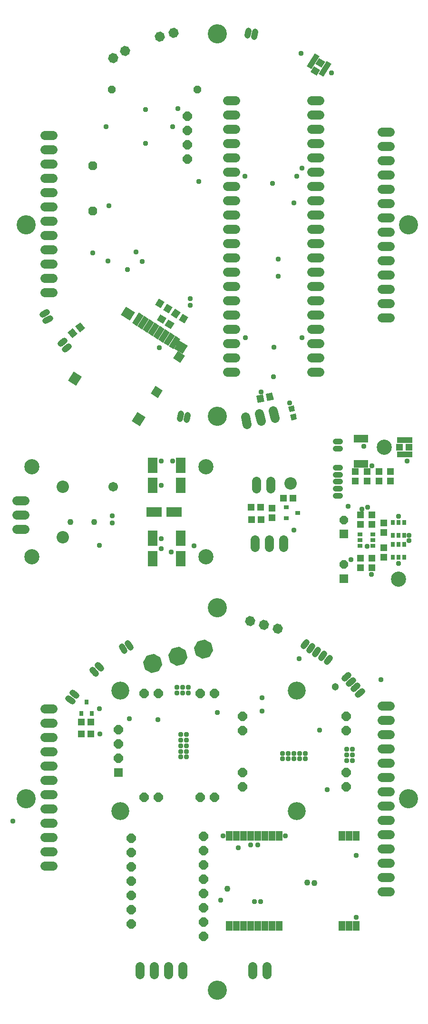
<source format=gbr>
G04 EAGLE Gerber RS-274X export*
G75*
%MOMM*%
%FSLAX34Y34*%
%LPD*%
%INSoldermask Top*%
%IPPOS*%
%AMOC8*
5,1,8,0,0,1.08239X$1,22.5*%
G01*
%ADD10C,3.403200*%
%ADD11C,2.203200*%
%ADD12C,2.703200*%
%ADD13C,3.203200*%
%ADD14R,1.619200X1.619200*%
%ADD15P,1.752606X8X112.500000*%
%ADD16P,1.752606X8X202.500000*%
%ADD17P,1.752606X8X292.500000*%
%ADD18R,1.203200X1.703200*%
%ADD19P,3.467112X8X128.000000*%
%ADD20P,1.843527X8X367.500000*%
%ADD21R,0.763200X0.933200*%
%ADD22R,1.203200X1.303200*%
%ADD23C,1.103200*%
%ADD24C,1.619200*%
%ADD25R,0.933200X0.763200*%
%ADD26R,1.303200X1.203200*%
%ADD27R,2.703200X1.003200*%
%ADD28R,0.503200X1.478200*%
%ADD29C,1.003200*%
%ADD30R,1.503200X1.503200*%
%ADD31P,1.627049X8X292.500000*%
%ADD32R,0.903200X0.703200*%
%ADD33R,0.703200X0.903200*%
%ADD34R,2.203200X1.003200*%
%ADD35R,1.703200X1.903200*%
%ADD36R,1.803200X1.703200*%
%ADD37R,1.503200X1.493200*%
%ADD38R,1.603200X1.493200*%
%ADD39P,1.735288X8X112.500000*%
%ADD40R,1.003200X1.003200*%
%ADD41P,1.843527X8X217.500000*%
%ADD42P,1.843527X8X232.500000*%
%ADD43P,1.532664X8X22.500000*%
%ADD44R,2.803200X1.803200*%
%ADD45R,1.803200X2.803200*%
%ADD46C,1.703200*%
%ADD47C,0.953200*%
%ADD48C,1.303200*%
%ADD49C,1.103200*%


D10*
X380000Y720000D03*
X720000Y380000D03*
X380000Y40000D03*
X40000Y380000D03*
D11*
X510000Y941000D03*
D12*
X677500Y1005000D03*
X702500Y770000D03*
D10*
X40000Y1400000D03*
X380000Y1060000D03*
X720000Y1400000D03*
X380000Y1740000D03*
D12*
X50000Y970000D03*
X50000Y810000D03*
X360000Y970000D03*
X360000Y810000D03*
D13*
X207000Y358000D03*
X207000Y572000D03*
X521000Y572000D03*
D14*
X204000Y426900D03*
D15*
X204000Y452300D03*
X204000Y477700D03*
X204000Y503100D03*
D13*
X521000Y358000D03*
D16*
X609500Y401300D03*
X609500Y426700D03*
X609500Y501300D03*
X609500Y526700D03*
X424500Y526700D03*
X424500Y501300D03*
X424500Y426700D03*
X424500Y401300D03*
D17*
X374700Y567500D03*
X349300Y567500D03*
X274700Y567500D03*
X249300Y567500D03*
X249300Y382500D03*
X274700Y382500D03*
X349300Y382500D03*
X374700Y382500D03*
D18*
X401000Y154000D03*
X413700Y154000D03*
X426400Y154000D03*
X439100Y154000D03*
X451800Y154000D03*
X464500Y154000D03*
X477200Y154000D03*
X489900Y154000D03*
X601600Y154000D03*
X614300Y154000D03*
X627000Y154000D03*
X401000Y314000D03*
X413700Y314000D03*
X426400Y314000D03*
X439100Y314000D03*
X451800Y314000D03*
X464500Y314000D03*
X477200Y314000D03*
X489900Y314000D03*
X601600Y314000D03*
X614300Y314000D03*
X627000Y314000D03*
D15*
X227000Y157800D03*
X227000Y183200D03*
X227000Y208600D03*
X227000Y234000D03*
X227000Y259400D03*
X227000Y284800D03*
X227000Y310200D03*
D16*
X355800Y236700D03*
X355800Y211300D03*
X355800Y185900D03*
X355800Y160500D03*
X355800Y135100D03*
X355800Y262100D03*
X355800Y287500D03*
X355800Y312900D03*
D19*
X264709Y620440D03*
X310000Y633000D03*
X355291Y645560D03*
D20*
X487341Y682478D03*
X463193Y688948D03*
X438272Y695626D03*
D21*
X147000Y552000D03*
X156500Y532000D03*
X137500Y532000D03*
D22*
X137500Y516000D03*
X154500Y516000D03*
X154500Y495000D03*
X137500Y495000D03*
D23*
X224993Y649504D02*
X220357Y657219D01*
X209643Y650781D02*
X214278Y643067D01*
X172709Y611680D02*
X166571Y618262D01*
X157429Y609737D02*
X163567Y603155D01*
X128957Y563958D02*
X121585Y569120D01*
X114415Y558880D02*
X121788Y553718D01*
D24*
X672920Y545100D02*
X687080Y545100D01*
X687080Y519700D02*
X672920Y519700D01*
X672920Y494300D02*
X687080Y494300D01*
X687080Y468900D02*
X672920Y468900D01*
X672920Y443500D02*
X687080Y443500D01*
X687080Y418100D02*
X672920Y418100D01*
X672920Y392700D02*
X687080Y392700D01*
X687080Y367300D02*
X672920Y367300D01*
X672920Y341900D02*
X687080Y341900D01*
X687080Y316500D02*
X672920Y316500D01*
X672920Y291100D02*
X687080Y291100D01*
X687080Y265700D02*
X672920Y265700D01*
X672920Y240300D02*
X687080Y240300D01*
X687080Y214900D02*
X672920Y214900D01*
X87080Y539700D02*
X72920Y539700D01*
X72920Y514300D02*
X87080Y514300D01*
X87080Y488900D02*
X72920Y488900D01*
X72920Y463500D02*
X87080Y463500D01*
X87080Y438100D02*
X72920Y438100D01*
X72920Y412700D02*
X87080Y412700D01*
X87080Y387300D02*
X72920Y387300D01*
X72920Y361900D02*
X87080Y361900D01*
X87080Y336500D02*
X72920Y336500D01*
X72920Y311100D02*
X87080Y311100D01*
X87080Y285700D02*
X72920Y285700D01*
X72920Y260300D02*
X87080Y260300D01*
D23*
X630158Y565852D02*
X637052Y571637D01*
X629017Y581212D02*
X622123Y575427D01*
X614088Y585003D02*
X620983Y590788D01*
X612948Y600363D02*
X606053Y594578D01*
X574693Y623559D02*
X579726Y631020D01*
X569363Y638010D02*
X564330Y630549D01*
X553967Y637539D02*
X559000Y645000D01*
X548637Y651990D02*
X543604Y644529D01*
X533241Y651518D02*
X538274Y658980D01*
D24*
X467700Y82080D02*
X467700Y67920D01*
X442300Y67920D02*
X442300Y82080D01*
X241900Y82080D02*
X241900Y67920D01*
X267300Y67920D02*
X267300Y82080D01*
X292700Y82080D02*
X292700Y67920D01*
X318100Y67920D02*
X318100Y82080D01*
D22*
X457600Y876600D03*
X440600Y876600D03*
X440400Y898200D03*
X457400Y898200D03*
D25*
X522700Y888400D03*
X502700Y878900D03*
X502700Y897900D03*
D24*
X446600Y841080D02*
X446600Y826920D01*
X472000Y826920D02*
X472000Y841080D01*
X497400Y841080D02*
X497400Y826920D01*
D26*
X477000Y879500D03*
X477000Y896500D03*
D22*
X514500Y914000D03*
X497500Y914000D03*
D24*
X474700Y930920D02*
X474700Y945080D01*
X449300Y945080D02*
X449300Y930920D01*
D22*
X646500Y961500D03*
X646500Y944500D03*
D26*
X676500Y853500D03*
X676500Y870500D03*
X676500Y809500D03*
X676500Y826500D03*
D22*
X704000Y1005000D03*
X721000Y1005000D03*
D26*
X625500Y944500D03*
X625500Y961500D03*
D27*
X713500Y1017500D03*
X713500Y992500D03*
D26*
X688500Y961500D03*
X688500Y944500D03*
X667500Y961500D03*
X667500Y944500D03*
D28*
X645500Y1020400D03*
X640500Y1020400D03*
X635500Y1020400D03*
X630500Y1020400D03*
X625500Y1020400D03*
X625500Y975600D03*
X630500Y975600D03*
X635500Y975600D03*
X640500Y975600D03*
X645500Y975600D03*
D26*
X634500Y867500D03*
X634500Y884500D03*
X655500Y884500D03*
X655500Y867500D03*
X634500Y790500D03*
X634500Y807500D03*
X655500Y790500D03*
X655500Y807500D03*
D29*
X598500Y968750D02*
X590500Y968750D01*
X590500Y956250D02*
X598500Y956250D01*
X598500Y943750D02*
X590500Y943750D01*
X590500Y931250D02*
X598500Y931250D01*
X598500Y918750D02*
X590500Y918750D01*
X590500Y1014750D02*
X598500Y1014750D01*
X598500Y1002250D02*
X590500Y1002250D01*
D30*
X605500Y850500D03*
D31*
X605500Y875500D03*
D30*
X605500Y771500D03*
D31*
X605500Y796500D03*
D32*
X634000Y850000D03*
X634000Y840000D03*
X634000Y830000D03*
X657000Y830000D03*
X657000Y840000D03*
X657000Y850000D03*
D33*
X692500Y809000D03*
X702500Y809000D03*
X712500Y809000D03*
X712500Y832000D03*
X702500Y832000D03*
X692500Y832000D03*
X712500Y871000D03*
X702500Y871000D03*
X692500Y871000D03*
X692500Y848000D03*
X702500Y848000D03*
X712500Y848000D03*
D34*
G36*
X293579Y1184346D02*
X305416Y1202926D01*
X313877Y1197536D01*
X302040Y1178956D01*
X293579Y1184346D01*
G37*
G36*
X284301Y1190256D02*
X296138Y1208836D01*
X304599Y1203446D01*
X292762Y1184866D01*
X284301Y1190256D01*
G37*
G36*
X275024Y1196167D02*
X286861Y1214747D01*
X295322Y1209357D01*
X283485Y1190777D01*
X275024Y1196167D01*
G37*
G36*
X265747Y1202077D02*
X277584Y1220657D01*
X286045Y1215267D01*
X274208Y1196687D01*
X265747Y1202077D01*
G37*
G36*
X256469Y1207987D02*
X268306Y1226567D01*
X276767Y1221177D01*
X264930Y1202597D01*
X256469Y1207987D01*
G37*
G36*
X247192Y1213897D02*
X259029Y1232477D01*
X267490Y1227087D01*
X255653Y1208507D01*
X247192Y1213897D01*
G37*
G36*
X237915Y1219808D02*
X249752Y1238388D01*
X258213Y1232998D01*
X246376Y1214418D01*
X237915Y1219808D01*
G37*
G36*
X228637Y1225718D02*
X240474Y1244298D01*
X248935Y1238908D01*
X237098Y1220328D01*
X228637Y1225718D01*
G37*
D35*
G36*
X237940Y1067231D02*
X252304Y1058080D01*
X242078Y1042029D01*
X227714Y1051180D01*
X237940Y1067231D01*
G37*
D36*
G36*
X318187Y1170802D02*
X302980Y1180490D01*
X312131Y1194854D01*
X327338Y1185166D01*
X318187Y1170802D01*
G37*
D37*
G36*
X322153Y1167720D02*
X314076Y1155043D01*
X301483Y1163066D01*
X309560Y1175743D01*
X322153Y1167720D01*
G37*
D38*
G36*
X261455Y1100233D02*
X270069Y1113754D01*
X282661Y1105731D01*
X274047Y1092210D01*
X261455Y1100233D01*
G37*
D35*
G36*
X124082Y1139766D02*
X138446Y1130615D01*
X128220Y1114564D01*
X113856Y1123715D01*
X124082Y1139766D01*
G37*
G36*
X208520Y1240668D02*
X217671Y1255032D01*
X233722Y1244806D01*
X224571Y1230442D01*
X208520Y1240668D01*
G37*
D39*
X158000Y1425000D03*
X158000Y1505000D03*
D24*
X479266Y1070410D02*
X482330Y1056585D01*
X457532Y1051088D02*
X454468Y1064912D01*
X429670Y1059415D02*
X432734Y1045590D01*
D22*
G36*
X466016Y1099899D02*
X477762Y1102503D01*
X480582Y1089781D01*
X468836Y1087177D01*
X466016Y1099899D01*
G37*
G36*
X449418Y1096219D02*
X461164Y1098823D01*
X463984Y1086101D01*
X452238Y1083497D01*
X449418Y1096219D01*
G37*
D24*
X412080Y1621300D02*
X397920Y1621300D01*
X397920Y1595900D02*
X412080Y1595900D01*
X412080Y1570500D02*
X397920Y1570500D01*
X397920Y1545100D02*
X412080Y1545100D01*
X412080Y1519700D02*
X397920Y1519700D01*
X397920Y1494300D02*
X412080Y1494300D01*
X412080Y1468900D02*
X397920Y1468900D01*
X397920Y1443500D02*
X412080Y1443500D01*
X412080Y1418100D02*
X397920Y1418100D01*
X397920Y1392700D02*
X412080Y1392700D01*
X412080Y1367300D02*
X397920Y1367300D01*
X397920Y1341900D02*
X412080Y1341900D01*
X412080Y1316500D02*
X397920Y1316500D01*
X397920Y1291100D02*
X412080Y1291100D01*
X412080Y1265700D02*
X397920Y1265700D01*
X397920Y1240300D02*
X412080Y1240300D01*
X412080Y1214900D02*
X397920Y1214900D01*
X397920Y1189500D02*
X412080Y1189500D01*
X412080Y1164100D02*
X397920Y1164100D01*
X397920Y1138700D02*
X412080Y1138700D01*
X547920Y1138700D02*
X562080Y1138700D01*
X562080Y1164100D02*
X547920Y1164100D01*
X547920Y1189500D02*
X562080Y1189500D01*
X562080Y1214900D02*
X547920Y1214900D01*
X547920Y1240300D02*
X562080Y1240300D01*
X562080Y1265700D02*
X547920Y1265700D01*
X547920Y1291100D02*
X562080Y1291100D01*
X562080Y1316500D02*
X547920Y1316500D01*
X547920Y1341900D02*
X562080Y1341900D01*
X562080Y1367300D02*
X547920Y1367300D01*
X547920Y1392700D02*
X562080Y1392700D01*
X562080Y1418100D02*
X547920Y1418100D01*
X547920Y1443500D02*
X562080Y1443500D01*
X562080Y1468900D02*
X547920Y1468900D01*
X547920Y1494300D02*
X562080Y1494300D01*
X562080Y1519700D02*
X547920Y1519700D01*
X547920Y1545100D02*
X562080Y1545100D01*
X562080Y1570500D02*
X547920Y1570500D01*
X547920Y1595900D02*
X562080Y1595900D01*
X562080Y1621300D02*
X547920Y1621300D01*
D17*
X326300Y1593100D03*
X326300Y1567700D03*
X326300Y1542300D03*
X326300Y1516900D03*
D22*
G36*
X307403Y1233840D02*
X297257Y1240304D01*
X304259Y1251294D01*
X314405Y1244830D01*
X307403Y1233840D01*
G37*
G36*
X321741Y1224706D02*
X311595Y1231170D01*
X318597Y1242160D01*
X328743Y1235696D01*
X321741Y1224706D01*
G37*
G36*
X290597Y1260160D02*
X300743Y1253696D01*
X293741Y1242706D01*
X283595Y1249170D01*
X290597Y1260160D01*
G37*
G36*
X276259Y1269294D02*
X286405Y1262830D01*
X279403Y1251840D01*
X269257Y1258304D01*
X276259Y1269294D01*
G37*
D26*
G36*
X292906Y1232007D02*
X303896Y1225005D01*
X297432Y1214859D01*
X286442Y1221861D01*
X292906Y1232007D01*
G37*
G36*
X278568Y1241141D02*
X289558Y1234139D01*
X283094Y1223993D01*
X272104Y1230995D01*
X278568Y1241141D01*
G37*
D40*
G36*
X518359Y1069511D02*
X508566Y1067340D01*
X506395Y1077133D01*
X516188Y1079304D01*
X518359Y1069511D01*
G37*
G36*
X521605Y1054867D02*
X511812Y1052696D01*
X509641Y1062489D01*
X519434Y1064660D01*
X521605Y1054867D01*
G37*
D27*
G36*
X562019Y1699643D02*
X547496Y1676845D01*
X539035Y1682235D01*
X553558Y1705033D01*
X562019Y1699643D01*
G37*
G36*
X583104Y1686211D02*
X568581Y1663413D01*
X560120Y1668803D01*
X574643Y1691601D01*
X583104Y1686211D01*
G37*
D22*
G36*
X563160Y1675403D02*
X556696Y1665257D01*
X545706Y1672259D01*
X552170Y1682405D01*
X563160Y1675403D01*
G37*
G36*
X572294Y1689741D02*
X565830Y1679595D01*
X554840Y1686597D01*
X561304Y1696743D01*
X572294Y1689741D01*
G37*
G36*
X126946Y1219663D02*
X136427Y1227071D01*
X144450Y1216803D01*
X134969Y1209395D01*
X126946Y1219663D01*
G37*
G36*
X113550Y1209197D02*
X123031Y1216605D01*
X131054Y1206337D01*
X121573Y1198929D01*
X113550Y1209197D01*
G37*
D41*
X277926Y1734765D03*
X302074Y1741235D03*
D42*
X194175Y1696750D03*
X215825Y1709250D03*
D23*
X433282Y1737222D02*
X434845Y1746085D01*
X447155Y1743915D02*
X445592Y1735051D01*
X326718Y1062778D02*
X325155Y1053915D01*
X312845Y1056085D02*
X314408Y1064949D01*
X115136Y1184796D02*
X108044Y1179255D01*
X100348Y1189105D02*
X107440Y1194646D01*
D43*
X191800Y1641000D03*
X344200Y1641000D03*
D24*
X672920Y1565100D02*
X687080Y1565100D01*
X687080Y1539700D02*
X672920Y1539700D01*
X672920Y1514300D02*
X687080Y1514300D01*
X687080Y1488900D02*
X672920Y1488900D01*
X672920Y1463500D02*
X687080Y1463500D01*
X687080Y1438100D02*
X672920Y1438100D01*
X672920Y1412700D02*
X687080Y1412700D01*
X687080Y1387300D02*
X672920Y1387300D01*
X672920Y1361900D02*
X687080Y1361900D01*
X687080Y1336500D02*
X672920Y1336500D01*
X672920Y1311100D02*
X687080Y1311100D01*
X687080Y1285700D02*
X672920Y1285700D01*
X672920Y1260300D02*
X687080Y1260300D01*
X687080Y1234900D02*
X672920Y1234900D01*
X87080Y1559700D02*
X72920Y1559700D01*
X72920Y1534300D02*
X87080Y1534300D01*
X87080Y1508900D02*
X72920Y1508900D01*
X72920Y1483500D02*
X87080Y1483500D01*
X87080Y1458100D02*
X72920Y1458100D01*
X72920Y1432700D02*
X87080Y1432700D01*
X87080Y1407300D02*
X72920Y1407300D01*
X72920Y1381900D02*
X87080Y1381900D01*
X87080Y1356500D02*
X72920Y1356500D01*
X72920Y1331100D02*
X87080Y1331100D01*
X87080Y1305700D02*
X72920Y1305700D01*
X72920Y1280300D02*
X87080Y1280300D01*
D23*
X81849Y1234392D02*
X73902Y1230167D01*
X68034Y1241203D02*
X75980Y1245429D01*
D44*
X303000Y890000D03*
X267000Y890000D03*
D45*
X315000Y807000D03*
X315000Y843000D03*
X265000Y807000D03*
X265000Y843000D03*
X265000Y973000D03*
X265000Y937000D03*
X315000Y973000D03*
X315000Y937000D03*
D11*
X105000Y845000D03*
X105000Y935000D03*
D46*
X195000Y935000D03*
D24*
X37080Y859600D02*
X22920Y859600D01*
X22920Y885000D02*
X37080Y885000D01*
X37080Y910400D02*
X22920Y910400D01*
D47*
X516295Y460797D03*
X536295Y460797D03*
X526295Y460797D03*
X506295Y460797D03*
X496295Y460797D03*
X536295Y450797D03*
X526295Y450797D03*
X516295Y450797D03*
X506295Y450797D03*
X496295Y450797D03*
X620295Y467797D03*
X610295Y467797D03*
X610295Y457797D03*
X620295Y457797D03*
X610295Y447797D03*
X620295Y447797D03*
X315203Y474295D03*
X315203Y494295D03*
X315203Y484295D03*
X315203Y464295D03*
X315203Y454295D03*
X325203Y494295D03*
X325203Y484295D03*
X325203Y474295D03*
X325203Y464295D03*
X325203Y454295D03*
X308203Y578295D03*
X308203Y568295D03*
X318203Y568295D03*
X318203Y578295D03*
X328203Y568295D03*
X328203Y578295D03*
X501000Y314000D03*
X390000Y314000D03*
D48*
X590000Y579000D03*
D47*
X16000Y340000D03*
X627000Y279000D03*
X627000Y169000D03*
X417000Y293000D03*
X460000Y536000D03*
X460000Y560000D03*
X170000Y540000D03*
X223000Y522000D03*
X575295Y395797D03*
X562295Y501797D03*
X380203Y533295D03*
X274203Y520295D03*
X446000Y197000D03*
X439000Y298000D03*
X457000Y197000D03*
X452000Y298000D03*
D49*
X398000Y220000D03*
X553000Y230000D03*
X540000Y231000D03*
D47*
X386000Y200000D03*
X526000Y629000D03*
X170718Y495000D03*
X671000Y592000D03*
X516000Y858000D03*
X653919Y779018D03*
X717500Y980000D03*
X647808Y898218D03*
X612500Y900000D03*
X655218Y972318D03*
X640500Y1006348D03*
X721178Y848000D03*
X721178Y839000D03*
X702500Y882000D03*
X702500Y798000D03*
X617500Y805000D03*
X637674Y895174D03*
X646500Y829000D03*
X252000Y1605000D03*
X252000Y1545000D03*
X182000Y1575000D03*
X481000Y1183000D03*
X246000Y1335000D03*
X158282Y1350000D03*
X187123Y1434000D03*
X478000Y1474000D03*
X516000Y1439000D03*
X488000Y1339000D03*
X488000Y1309000D03*
X531000Y1501000D03*
X509000Y1084000D03*
X277000Y1182000D03*
X430000Y1200000D03*
X531000Y1200000D03*
X521000Y1487000D03*
X429000Y1487000D03*
X347000Y1477000D03*
X310000Y1607000D03*
X480000Y1130000D03*
X458000Y1103000D03*
X220000Y1321000D03*
X300089Y1575089D03*
X332000Y1269000D03*
X332000Y1257000D03*
X529000Y1705000D03*
X583000Y1670000D03*
X235000Y1352000D03*
X185000Y1336000D03*
X193000Y870000D03*
D49*
X161000Y872000D03*
D47*
X193000Y883000D03*
D49*
X118000Y872000D03*
D47*
X280000Y842000D03*
X297718Y819000D03*
X280000Y824936D03*
X280000Y980000D03*
X300000Y980000D03*
X280000Y937000D03*
X338442Y829558D03*
X169750Y830250D03*
M02*

</source>
